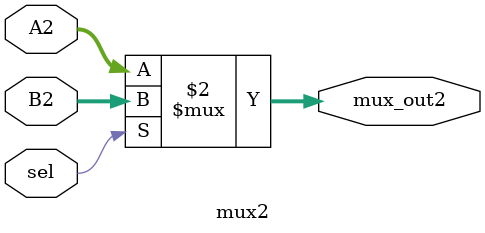
<source format=v>
module mux1(sel, A1, B1, mux_out);
    input sel;
    input [31:0] A1, B1;
    output [31:0] mux_out;

    assign mux_out = (sel == 1'b0)? A1 : B1;
endmodule

//multiplexer module for register file write address selection
module mux2(sel, A2, B2, mux_out2);
    input sel;
    input [4:0] A2, B2;
    output [4:0] mux_out2;

    assign mux_out2 = (sel == 1'b0)? A2 : B2;
endmodule
</source>
